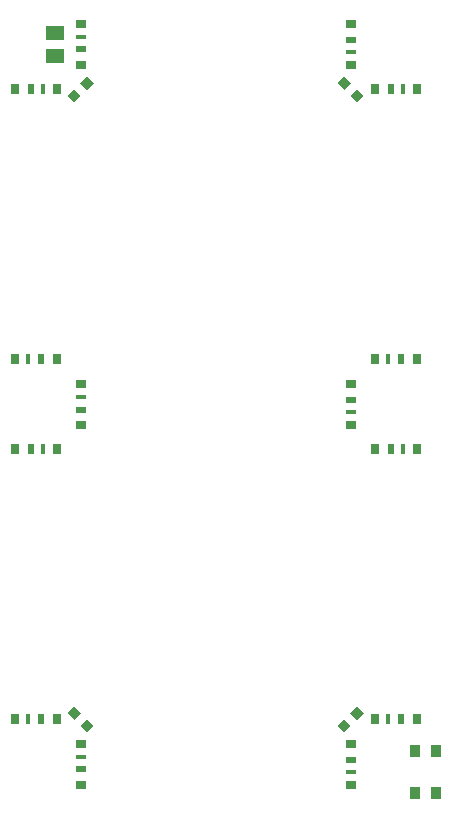
<source format=gtp>
G75*
%MOIN*%
%OFA0B0*%
%FSLAX25Y25*%
%IPPOS*%
%LPD*%
%AMOC8*
5,1,8,0,0,1.08239X$1,22.5*
%
%ADD10R,0.03500X0.02200*%
%ADD11R,0.03500X0.01500*%
%ADD12R,0.03500X0.02900*%
%ADD13R,0.03500X0.02600*%
%ADD14R,0.02200X0.03500*%
%ADD15R,0.01500X0.03500*%
%ADD16R,0.02900X0.03500*%
%ADD17R,0.02600X0.03500*%
%ADD18R,0.05906X0.05118*%
%ADD19R,0.03346X0.03937*%
%ADD20R,0.03150X0.03150*%
D10*
X0041600Y0030000D03*
X0041600Y0149900D03*
X0041600Y0270000D03*
X0131700Y0273200D03*
X0131700Y0153200D03*
X0131700Y0033200D03*
D11*
X0131700Y0029100D03*
X0131700Y0149100D03*
X0131700Y0269100D03*
X0041600Y0274100D03*
X0041600Y0154000D03*
X0041600Y0034100D03*
D12*
X0041600Y0024700D03*
X0041600Y0144600D03*
X0041600Y0264700D03*
X0131700Y0278500D03*
X0131700Y0158500D03*
X0131700Y0038500D03*
D13*
X0131700Y0024700D03*
X0131700Y0144700D03*
X0131700Y0264700D03*
X0041600Y0278500D03*
X0041600Y0158400D03*
X0041600Y0038500D03*
D14*
X0028200Y0046600D03*
X0025000Y0136600D03*
X0028200Y0166600D03*
X0025000Y0256600D03*
X0145000Y0256600D03*
X0148200Y0166600D03*
X0145000Y0136600D03*
X0148200Y0046600D03*
D15*
X0144100Y0046600D03*
X0149100Y0136600D03*
X0144100Y0166600D03*
X0149100Y0256600D03*
X0029100Y0256600D03*
X0024100Y0166600D03*
X0029100Y0136600D03*
X0024100Y0046600D03*
D16*
X0033500Y0046600D03*
X0019700Y0136600D03*
X0033500Y0166600D03*
X0019700Y0256600D03*
X0139700Y0256600D03*
X0153500Y0166600D03*
X0139700Y0136600D03*
X0153500Y0046600D03*
D17*
X0019700Y0046600D03*
X0033500Y0136600D03*
X0019700Y0166600D03*
X0033500Y0256600D03*
X0139700Y0166600D03*
X0153500Y0136600D03*
X0139700Y0046600D03*
X0153500Y0256600D03*
D18*
X0032850Y0267860D03*
X0032850Y0275340D03*
D19*
X0153155Y0035990D03*
X0160045Y0035990D03*
X0160045Y0022210D03*
X0153155Y0022210D03*
D20*
G36*
X0135948Y0048721D02*
X0133721Y0046494D01*
X0131494Y0048721D01*
X0133721Y0050948D01*
X0135948Y0048721D01*
G37*
G36*
X0131706Y0044479D02*
X0129479Y0042252D01*
X0127252Y0044479D01*
X0129479Y0046706D01*
X0131706Y0044479D01*
G37*
G36*
X0043721Y0046706D02*
X0045948Y0044479D01*
X0043721Y0042252D01*
X0041494Y0044479D01*
X0043721Y0046706D01*
G37*
G36*
X0039479Y0050948D02*
X0041706Y0048721D01*
X0039479Y0046494D01*
X0037252Y0048721D01*
X0039479Y0050948D01*
G37*
G36*
X0041706Y0254479D02*
X0039479Y0252252D01*
X0037252Y0254479D01*
X0039479Y0256706D01*
X0041706Y0254479D01*
G37*
G36*
X0045948Y0258721D02*
X0043721Y0256494D01*
X0041494Y0258721D01*
X0043721Y0260948D01*
X0045948Y0258721D01*
G37*
G36*
X0129479Y0260948D02*
X0131706Y0258721D01*
X0129479Y0256494D01*
X0127252Y0258721D01*
X0129479Y0260948D01*
G37*
G36*
X0133721Y0256706D02*
X0135948Y0254479D01*
X0133721Y0252252D01*
X0131494Y0254479D01*
X0133721Y0256706D01*
G37*
M02*

</source>
